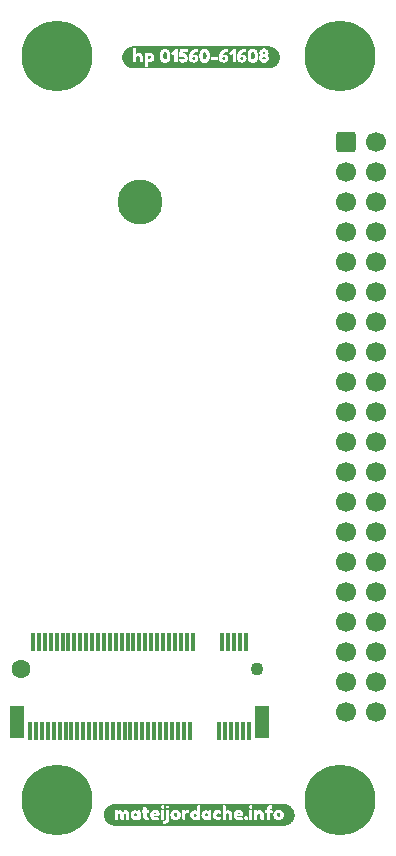
<source format=gbr>
%TF.GenerationSoftware,KiCad,Pcbnew,7.0.5-0*%
%TF.CreationDate,2023-07-31T21:54:07-04:00*%
%TF.ProjectId,carrier-hp,63617272-6965-4722-9d68-702e6b696361,rev?*%
%TF.SameCoordinates,Original*%
%TF.FileFunction,Soldermask,Top*%
%TF.FilePolarity,Negative*%
%FSLAX46Y46*%
G04 Gerber Fmt 4.6, Leading zero omitted, Abs format (unit mm)*
G04 Created by KiCad (PCBNEW 7.0.5-0) date 2023-07-31 21:54:07*
%MOMM*%
%LPD*%
G01*
G04 APERTURE LIST*
G04 Aperture macros list*
%AMRoundRect*
0 Rectangle with rounded corners*
0 $1 Rounding radius*
0 $2 $3 $4 $5 $6 $7 $8 $9 X,Y pos of 4 corners*
0 Add a 4 corners polygon primitive as box body*
4,1,4,$2,$3,$4,$5,$6,$7,$8,$9,$2,$3,0*
0 Add four circle primitives for the rounded corners*
1,1,$1+$1,$2,$3*
1,1,$1+$1,$4,$5*
1,1,$1+$1,$6,$7*
1,1,$1+$1,$8,$9*
0 Add four rect primitives between the rounded corners*
20,1,$1+$1,$2,$3,$4,$5,0*
20,1,$1+$1,$4,$5,$6,$7,0*
20,1,$1+$1,$6,$7,$8,$9,0*
20,1,$1+$1,$8,$9,$2,$3,0*%
G04 Aperture macros list end*
%ADD10C,6.000000*%
%ADD11C,1.100000*%
%ADD12C,1.600000*%
%ADD13R,0.300000X1.550000*%
%ADD14R,0.330000X1.600000*%
%ADD15R,1.200000X2.750000*%
%ADD16RoundRect,0.250000X-0.600000X-0.600000X0.600000X-0.600000X0.600000X0.600000X-0.600000X0.600000X0*%
%ADD17C,1.700000*%
%ADD18C,3.800000*%
G04 APERTURE END LIST*
%TO.C,kibuzzard-64C862C8*%
G36*
X135376450Y-44761100D02*
G01*
X135414550Y-44855556D01*
X135374069Y-44949219D01*
X135275644Y-44990494D01*
X135180394Y-44948425D01*
X135143088Y-44855556D01*
X135179600Y-44761894D01*
X135277231Y-44719031D01*
X135376450Y-44761100D01*
G37*
G36*
X145078456Y-44834919D02*
G01*
X145114175Y-44916675D01*
X145079250Y-44998431D01*
X144974475Y-45036531D01*
X144868113Y-44998431D01*
X144831600Y-44915881D01*
X144868113Y-44834125D01*
X144973681Y-44796819D01*
X145078456Y-44834919D01*
G37*
G36*
X145052263Y-44392800D02*
G01*
X145079250Y-44452331D01*
X145053056Y-44512656D01*
X144975269Y-44541231D01*
X144895894Y-44512656D01*
X144868113Y-44451537D01*
X144893513Y-44392006D01*
X144972094Y-44365019D01*
X145052263Y-44392800D01*
G37*
G36*
X139123744Y-44868256D02*
G01*
X139151525Y-44936519D01*
X139120966Y-45016291D01*
X139029287Y-45042881D01*
X138927687Y-45006369D01*
X138912606Y-44971444D01*
X138908638Y-44925406D01*
X138941181Y-44865875D01*
X139034844Y-44836506D01*
X139123744Y-44868256D01*
G37*
G36*
X141665331Y-44868256D02*
G01*
X141693112Y-44936519D01*
X141662553Y-45016291D01*
X141570875Y-45042881D01*
X141469275Y-45006369D01*
X141454194Y-44971444D01*
X141450225Y-44925406D01*
X141482769Y-44865875D01*
X141576431Y-44836506D01*
X141665331Y-44868256D01*
G37*
G36*
X143200444Y-44868256D02*
G01*
X143228225Y-44936519D01*
X143197666Y-45016291D01*
X143105987Y-45042881D01*
X143004387Y-45006369D01*
X142989306Y-44971444D01*
X142985337Y-44925406D01*
X143017881Y-44865875D01*
X143111544Y-44836506D01*
X143200444Y-44868256D01*
G37*
G36*
X136680780Y-44402424D02*
G01*
X136731381Y-44462253D01*
X136761742Y-44561968D01*
X136771862Y-44701569D01*
X136771862Y-44711094D01*
X136761643Y-44847222D01*
X136730984Y-44944456D01*
X136679887Y-45002797D01*
X136608350Y-45022244D01*
X136538202Y-45002251D01*
X136488097Y-44942273D01*
X136458034Y-44842311D01*
X136448012Y-44702362D01*
X136458133Y-44562414D01*
X136488494Y-44462452D01*
X136539095Y-44402474D01*
X136609937Y-44382481D01*
X136680780Y-44402424D01*
G37*
G36*
X140022467Y-44402424D02*
G01*
X140073069Y-44462253D01*
X140103430Y-44561968D01*
X140113550Y-44701569D01*
X140113550Y-44711094D01*
X140103330Y-44847222D01*
X140072672Y-44944456D01*
X140021574Y-45002797D01*
X139950038Y-45022244D01*
X139879890Y-45002251D01*
X139829784Y-44942273D01*
X139799721Y-44842311D01*
X139789700Y-44702362D01*
X139799820Y-44562414D01*
X139830181Y-44462452D01*
X139880783Y-44402474D01*
X139951625Y-44382481D01*
X140022467Y-44402424D01*
G37*
G36*
X144099167Y-44402424D02*
G01*
X144149769Y-44462253D01*
X144180130Y-44561968D01*
X144190250Y-44701569D01*
X144190250Y-44711094D01*
X144180030Y-44847222D01*
X144149372Y-44944456D01*
X144098274Y-45002797D01*
X144026737Y-45022244D01*
X143956590Y-45002251D01*
X143906484Y-44942273D01*
X143876421Y-44842311D01*
X143866400Y-44702362D01*
X143876520Y-44562414D01*
X143906881Y-44462452D01*
X143957483Y-44402474D01*
X144028325Y-44382481D01*
X144099167Y-44402424D01*
G37*
G36*
X145486141Y-43927628D02*
G01*
X145576111Y-43940973D01*
X145664341Y-43963074D01*
X145749979Y-43993716D01*
X145832202Y-44032604D01*
X145910217Y-44079365D01*
X145983273Y-44133547D01*
X146050666Y-44194628D01*
X146111748Y-44262022D01*
X146165930Y-44335078D01*
X146212691Y-44413093D01*
X146251579Y-44495315D01*
X146282221Y-44580954D01*
X146304321Y-44669183D01*
X146317667Y-44759154D01*
X146322130Y-44850000D01*
X146317667Y-44940846D01*
X146304321Y-45030817D01*
X146282221Y-45119046D01*
X146251579Y-45204685D01*
X146212691Y-45286907D01*
X146165930Y-45364922D01*
X146111748Y-45437978D01*
X146050666Y-45505372D01*
X145983273Y-45566453D01*
X145910217Y-45620635D01*
X145832202Y-45667396D01*
X145749979Y-45706284D01*
X145664341Y-45736926D01*
X145576111Y-45759027D01*
X145486141Y-45772372D01*
X145395295Y-45776835D01*
X145395162Y-45776835D01*
X144972888Y-45776835D01*
X144029912Y-45776835D01*
X143112338Y-45776835D01*
X142451937Y-45776835D01*
X141577225Y-45776835D01*
X140966038Y-45776835D01*
X139953213Y-45776835D01*
X139035638Y-45776835D01*
X138141875Y-45776835D01*
X137533862Y-45776835D01*
X136611525Y-45776835D01*
X135001800Y-45776835D01*
X134598575Y-45776835D01*
X133904837Y-45776835D01*
X133904705Y-45776835D01*
X133813859Y-45772372D01*
X133723889Y-45759027D01*
X133635659Y-45736926D01*
X133550021Y-45706284D01*
X133467798Y-45667396D01*
X133389783Y-45620635D01*
X133316727Y-45566453D01*
X133254006Y-45509606D01*
X134865275Y-45509606D01*
X134867656Y-45563581D01*
X134881944Y-45603269D01*
X134923219Y-45635019D01*
X135001800Y-45644544D01*
X135079587Y-45635019D01*
X135120069Y-45602475D01*
X135134356Y-45561994D01*
X135136737Y-45508019D01*
X135136737Y-45187344D01*
X135213334Y-45242113D01*
X135325650Y-45260369D01*
X135410758Y-45246787D01*
X135492514Y-45206041D01*
X135570919Y-45138131D01*
X135634860Y-45052230D01*
X135673224Y-44957509D01*
X135686012Y-44853969D01*
X135673136Y-44750428D01*
X135653210Y-44701569D01*
X136167025Y-44701569D01*
X136172140Y-44812870D01*
X136187486Y-44916058D01*
X136213062Y-45011131D01*
X136247392Y-45090903D01*
X136290056Y-45158769D01*
X136346016Y-45215720D01*
X136420231Y-45262750D01*
X136509727Y-45294302D01*
X136611525Y-45304819D01*
X136712927Y-45294500D01*
X136801231Y-45263544D01*
X136874058Y-45216712D01*
X136929025Y-45158769D01*
X136983198Y-45067190D01*
X137021894Y-44960728D01*
X137045111Y-44839384D01*
X137052850Y-44703156D01*
X137047558Y-44598205D01*
X137031683Y-44497134D01*
X137029858Y-44490431D01*
X137116350Y-44490431D01*
X137166356Y-44588856D01*
X137262400Y-44644419D01*
X137373525Y-44595206D01*
X137394162Y-44576156D01*
X137394162Y-45142894D01*
X137396544Y-45200837D01*
X137411625Y-45244494D01*
X137454091Y-45275450D01*
X137533862Y-45285769D01*
X137615619Y-45275053D01*
X137657687Y-45242906D01*
X137672769Y-45200837D01*
X137675150Y-45146069D01*
X137675150Y-45093681D01*
X137762462Y-45093681D01*
X137822787Y-45188931D01*
X137835487Y-45200044D01*
X137875175Y-45230206D01*
X137957725Y-45271658D01*
X138046625Y-45296528D01*
X138141875Y-45304819D01*
X138248943Y-45291678D01*
X138343664Y-45252255D01*
X138426037Y-45186550D01*
X138489538Y-45102589D01*
X138527637Y-45008397D01*
X138540338Y-44903975D01*
X138530608Y-44828569D01*
X138619712Y-44828569D01*
X138631354Y-44959714D01*
X138666279Y-45073749D01*
X138724487Y-45170675D01*
X138805626Y-45244317D01*
X138909343Y-45288503D01*
X139035638Y-45303231D01*
X139139266Y-45291237D01*
X139232135Y-45255253D01*
X139314244Y-45195281D01*
X139378185Y-45117494D01*
X139416549Y-45028065D01*
X139429338Y-44926994D01*
X139416902Y-44843121D01*
X139379596Y-44765069D01*
X139324935Y-44701569D01*
X139508712Y-44701569D01*
X139513828Y-44812870D01*
X139529174Y-44916058D01*
X139554750Y-45011131D01*
X139589080Y-45090903D01*
X139631744Y-45158769D01*
X139687703Y-45215720D01*
X139761919Y-45262750D01*
X139851414Y-45294302D01*
X139953213Y-45304819D01*
X140054614Y-45294500D01*
X140142919Y-45263544D01*
X140215745Y-45216712D01*
X140270713Y-45158769D01*
X140324886Y-45067190D01*
X140363581Y-44960728D01*
X140368517Y-44934931D01*
X140473912Y-44934931D01*
X140481850Y-45007956D01*
X140517172Y-45048438D01*
X140588212Y-45061931D01*
X140966038Y-45061931D01*
X141045412Y-45047644D01*
X141073194Y-45008750D01*
X141081925Y-44936519D01*
X141072400Y-44863494D01*
X141042062Y-44828569D01*
X141161300Y-44828569D01*
X141172942Y-44959714D01*
X141207867Y-45073749D01*
X141266075Y-45170675D01*
X141347214Y-45244317D01*
X141450931Y-45288503D01*
X141577225Y-45303231D01*
X141680853Y-45291237D01*
X141773722Y-45255253D01*
X141855831Y-45195281D01*
X141919772Y-45117494D01*
X141958137Y-45028065D01*
X141970925Y-44926994D01*
X141958490Y-44843121D01*
X141921183Y-44765069D01*
X141859006Y-44692837D01*
X141779367Y-44635070D01*
X141689673Y-44600410D01*
X141589925Y-44588856D01*
X141472450Y-44615844D01*
X141480387Y-44593619D01*
X141509756Y-44538056D01*
X141553107Y-44490431D01*
X142034425Y-44490431D01*
X142084431Y-44588856D01*
X142180475Y-44644419D01*
X142291600Y-44595206D01*
X142312237Y-44576156D01*
X142312237Y-45142894D01*
X142314619Y-45200837D01*
X142329700Y-45244494D01*
X142372166Y-45275450D01*
X142451937Y-45285769D01*
X142533694Y-45275053D01*
X142575763Y-45242906D01*
X142590844Y-45200837D01*
X142593225Y-45146069D01*
X142593225Y-44828569D01*
X142696412Y-44828569D01*
X142708054Y-44959714D01*
X142742979Y-45073749D01*
X142801187Y-45170675D01*
X142882326Y-45244317D01*
X142986043Y-45288503D01*
X143112338Y-45303231D01*
X143215966Y-45291237D01*
X143308835Y-45255253D01*
X143390944Y-45195281D01*
X143454885Y-45117494D01*
X143493249Y-45028065D01*
X143506037Y-44926994D01*
X143493602Y-44843121D01*
X143456296Y-44765069D01*
X143401635Y-44701569D01*
X143585412Y-44701569D01*
X143590528Y-44812870D01*
X143605874Y-44916058D01*
X143631450Y-45011131D01*
X143665780Y-45090903D01*
X143708444Y-45158769D01*
X143764403Y-45215720D01*
X143838619Y-45262750D01*
X143928114Y-45294302D01*
X144029912Y-45304819D01*
X144131314Y-45294500D01*
X144219619Y-45263544D01*
X144292445Y-45216712D01*
X144347413Y-45158769D01*
X144401586Y-45067190D01*
X144440281Y-44960728D01*
X144450077Y-44909531D01*
X144550612Y-44909531D01*
X144564988Y-45021185D01*
X144608115Y-45116965D01*
X144679994Y-45196869D01*
X144770040Y-45256841D01*
X144867672Y-45292824D01*
X144972888Y-45304819D01*
X145078103Y-45292736D01*
X145175735Y-45256488D01*
X145265781Y-45196075D01*
X145337660Y-45115906D01*
X145380787Y-45020392D01*
X145395162Y-44909531D01*
X145386233Y-44843253D01*
X145359444Y-44777769D01*
X145302294Y-44691250D01*
X145266575Y-44658706D01*
X145290387Y-44633306D01*
X145337219Y-44558694D01*
X145360238Y-44461856D01*
X145347538Y-44361315D01*
X145309438Y-44273473D01*
X145245938Y-44198331D01*
X145165151Y-44141005D01*
X145075193Y-44106609D01*
X144976063Y-44095144D01*
X144876579Y-44106433D01*
X144785563Y-44140299D01*
X144703012Y-44196744D01*
X144637749Y-44270474D01*
X144598590Y-44356199D01*
X144585538Y-44453919D01*
X144611731Y-44564250D01*
X144653800Y-44633306D01*
X144680788Y-44658706D01*
X144647450Y-44688869D01*
X144583156Y-44780150D01*
X144558748Y-44843848D01*
X144550612Y-44909531D01*
X144450077Y-44909531D01*
X144463498Y-44839384D01*
X144471237Y-44703156D01*
X144465946Y-44598205D01*
X144450071Y-44497134D01*
X144423612Y-44399944D01*
X144390473Y-44319775D01*
X144348206Y-44250719D01*
X144292644Y-44192378D01*
X144219619Y-44144356D01*
X144130917Y-44112209D01*
X144028325Y-44101494D01*
X143925336Y-44112408D01*
X143835444Y-44145150D01*
X143761427Y-44193966D01*
X143706062Y-44253100D01*
X143662208Y-44329498D01*
X143622719Y-44430106D01*
X143601993Y-44510363D01*
X143589558Y-44600851D01*
X143585412Y-44701569D01*
X143401635Y-44701569D01*
X143394119Y-44692837D01*
X143314479Y-44635070D01*
X143224785Y-44600410D01*
X143125038Y-44588856D01*
X143007562Y-44615844D01*
X143015500Y-44593619D01*
X143044869Y-44538056D01*
X143101225Y-44476144D01*
X143197269Y-44422169D01*
X143323475Y-44399944D01*
X143415550Y-44390419D01*
X143447300Y-44369781D01*
X143466350Y-44328506D01*
X143474288Y-44255481D01*
X143464763Y-44179281D01*
X143427456Y-44134037D01*
X143339350Y-44118956D01*
X143225018Y-44127084D01*
X143120783Y-44151468D01*
X143026644Y-44192108D01*
X142942602Y-44249004D01*
X142868656Y-44322156D01*
X142806648Y-44407437D01*
X142758420Y-44500718D01*
X142723971Y-44602001D01*
X142703302Y-44711284D01*
X142696412Y-44828569D01*
X142593225Y-44828569D01*
X142593225Y-44261831D01*
X142585287Y-44177694D01*
X142563062Y-44143563D01*
X142521788Y-44125306D01*
X142446381Y-44117369D01*
X142356687Y-44158644D01*
X142351925Y-44161819D01*
X142091575Y-44396769D01*
X142034425Y-44490431D01*
X141553107Y-44490431D01*
X141566112Y-44476144D01*
X141662156Y-44422169D01*
X141788362Y-44399944D01*
X141880437Y-44390419D01*
X141912187Y-44369781D01*
X141931237Y-44328506D01*
X141939175Y-44255481D01*
X141929650Y-44179281D01*
X141892344Y-44134037D01*
X141804237Y-44118956D01*
X141689906Y-44127084D01*
X141585670Y-44151468D01*
X141491532Y-44192108D01*
X141407489Y-44249004D01*
X141333544Y-44322156D01*
X141271536Y-44407437D01*
X141223308Y-44500718D01*
X141188859Y-44602001D01*
X141168190Y-44711284D01*
X141161300Y-44828569D01*
X141042062Y-44828569D01*
X141038269Y-44824203D01*
X140967625Y-44811106D01*
X140589800Y-44811106D01*
X140513600Y-44825394D01*
X140483437Y-44863494D01*
X140473912Y-44934931D01*
X140368517Y-44934931D01*
X140386798Y-44839384D01*
X140394538Y-44703156D01*
X140389246Y-44598205D01*
X140373371Y-44497134D01*
X140346913Y-44399944D01*
X140313773Y-44319775D01*
X140271506Y-44250719D01*
X140215944Y-44192378D01*
X140142919Y-44144356D01*
X140054217Y-44112209D01*
X139951625Y-44101494D01*
X139848636Y-44112408D01*
X139758744Y-44145150D01*
X139684727Y-44193966D01*
X139629363Y-44253100D01*
X139585508Y-44329498D01*
X139546019Y-44430106D01*
X139525293Y-44510363D01*
X139512858Y-44600851D01*
X139508712Y-44701569D01*
X139324935Y-44701569D01*
X139317419Y-44692837D01*
X139237779Y-44635070D01*
X139148085Y-44600410D01*
X139048337Y-44588856D01*
X138930862Y-44615844D01*
X138938800Y-44593619D01*
X138968169Y-44538056D01*
X139024525Y-44476144D01*
X139120569Y-44422169D01*
X139246775Y-44399944D01*
X139338850Y-44390419D01*
X139370600Y-44369781D01*
X139389650Y-44328506D01*
X139397587Y-44255481D01*
X139388062Y-44179281D01*
X139350756Y-44134037D01*
X139262650Y-44118956D01*
X139148318Y-44127084D01*
X139044083Y-44151468D01*
X138949944Y-44192108D01*
X138865902Y-44249004D01*
X138791956Y-44322156D01*
X138729948Y-44407437D01*
X138681720Y-44500718D01*
X138647271Y-44602001D01*
X138626602Y-44711284D01*
X138619712Y-44828569D01*
X138530608Y-44828569D01*
X138526932Y-44800082D01*
X138486715Y-44707478D01*
X138419688Y-44626162D01*
X138335903Y-44563103D01*
X138245415Y-44525268D01*
X138148225Y-44512656D01*
X138092663Y-44515831D01*
X138108537Y-44395181D01*
X138386350Y-44395181D01*
X138437944Y-44392800D01*
X138476837Y-44377719D01*
X138506603Y-44338428D01*
X138516525Y-44261831D01*
X138505809Y-44177694D01*
X138473662Y-44134831D01*
X138432387Y-44119750D01*
X138376825Y-44117369D01*
X138227600Y-44117369D01*
X137986300Y-44115781D01*
X137922006Y-44130862D01*
X137880731Y-44164994D01*
X137857712Y-44207856D01*
X137846600Y-44241194D01*
X137837472Y-44307075D01*
X137813262Y-44485669D01*
X137789450Y-44667041D01*
X137781513Y-44741256D01*
X137798975Y-44780150D01*
X137872794Y-44828569D01*
X137972806Y-44858731D01*
X138059325Y-44822219D01*
X138135525Y-44793644D01*
X138220456Y-44824600D01*
X138257762Y-44908737D01*
X138223631Y-44992081D01*
X138118856Y-45022244D01*
X138019637Y-44988906D01*
X137913275Y-44938106D01*
X137821200Y-44990494D01*
X137762462Y-45093681D01*
X137675150Y-45093681D01*
X137675150Y-44261831D01*
X137667212Y-44177694D01*
X137644988Y-44143563D01*
X137603712Y-44125306D01*
X137528306Y-44117369D01*
X137438612Y-44158644D01*
X137433850Y-44161819D01*
X137173500Y-44396769D01*
X137116350Y-44490431D01*
X137029858Y-44490431D01*
X137005225Y-44399944D01*
X136972086Y-44319775D01*
X136929819Y-44250719D01*
X136874256Y-44192378D01*
X136801231Y-44144356D01*
X136712530Y-44112209D01*
X136609937Y-44101494D01*
X136506948Y-44112408D01*
X136417056Y-44145150D01*
X136343039Y-44193966D01*
X136287675Y-44253100D01*
X136243820Y-44329498D01*
X136204331Y-44430106D01*
X136183606Y-44510363D01*
X136171170Y-44600851D01*
X136167025Y-44701569D01*
X135653210Y-44701569D01*
X135634507Y-44655708D01*
X135570125Y-44569806D01*
X135491367Y-44501897D01*
X135409611Y-44461151D01*
X135324856Y-44447569D01*
X135212739Y-44468206D01*
X135135150Y-44530119D01*
X135101019Y-44467412D01*
X134987512Y-44445981D01*
X134918853Y-44456697D01*
X134881150Y-44488844D01*
X134867656Y-44528531D01*
X134865275Y-44582506D01*
X134865275Y-45509606D01*
X133254006Y-45509606D01*
X133249334Y-45505372D01*
X133188252Y-45437978D01*
X133134070Y-45364922D01*
X133087309Y-45286907D01*
X133048421Y-45204685D01*
X133026312Y-45142894D01*
X133904837Y-45142894D01*
X133907219Y-45198456D01*
X133920712Y-45239731D01*
X133962384Y-45271878D01*
X134042950Y-45282594D01*
X134124309Y-45272275D01*
X134165187Y-45241319D01*
X134180269Y-45199250D01*
X134182650Y-45144481D01*
X134182650Y-44836506D01*
X134231862Y-44759512D01*
X134331081Y-44725381D01*
X134423950Y-44761894D01*
X134460462Y-44863494D01*
X134460462Y-45141306D01*
X134462844Y-45198456D01*
X134477925Y-45241319D01*
X134519994Y-45272275D01*
X134598575Y-45282594D01*
X134679934Y-45272275D01*
X134720813Y-45241319D01*
X134735894Y-45199250D01*
X134738275Y-45144481D01*
X134738275Y-44865081D01*
X134726545Y-44754662D01*
X134691356Y-44656237D01*
X134632706Y-44569806D01*
X134556418Y-44502778D01*
X134468312Y-44462562D01*
X134368387Y-44449156D01*
X134268772Y-44473366D01*
X134182650Y-44545994D01*
X134182650Y-44195156D01*
X134180269Y-44140387D01*
X134165187Y-44098319D01*
X134124706Y-44066172D01*
X134044537Y-44055456D01*
X133962781Y-44066172D01*
X133920712Y-44098319D01*
X133907219Y-44138800D01*
X133904837Y-44193569D01*
X133904837Y-45142894D01*
X133026312Y-45142894D01*
X133017779Y-45119046D01*
X132995679Y-45030817D01*
X132982333Y-44940846D01*
X132977870Y-44850000D01*
X132982333Y-44759154D01*
X132995679Y-44669183D01*
X133017779Y-44580954D01*
X133048421Y-44495315D01*
X133087309Y-44413093D01*
X133134070Y-44335078D01*
X133188252Y-44262022D01*
X133249334Y-44194628D01*
X133316727Y-44133547D01*
X133389783Y-44079365D01*
X133467798Y-44032604D01*
X133550021Y-43993716D01*
X133635659Y-43963074D01*
X133723889Y-43940973D01*
X133813859Y-43927628D01*
X133904705Y-43923165D01*
X133904837Y-43923165D01*
X133904838Y-43923165D01*
X145395162Y-43923165D01*
X145395295Y-43923165D01*
X145486141Y-43927628D01*
G37*
%TO.C,kibuzzard-64C85072*%
G36*
X135866213Y-108829744D02*
G01*
X135893994Y-108888481D01*
X135833669Y-108939281D01*
X135633644Y-108939281D01*
X135684444Y-108849588D01*
X135786838Y-108807519D01*
X135866213Y-108829744D01*
G37*
G36*
X142935350Y-108829744D02*
G01*
X142963131Y-108888481D01*
X142902806Y-108939281D01*
X142702781Y-108939281D01*
X142753581Y-108849588D01*
X142855975Y-108807519D01*
X142935350Y-108829744D01*
G37*
G36*
X134197750Y-108896419D02*
G01*
X134235056Y-108992463D01*
X134196162Y-109086919D01*
X134098531Y-109129781D01*
X133998519Y-109087713D01*
X133957244Y-108993256D01*
X133996137Y-108896419D01*
X134097737Y-108851969D01*
X134197750Y-108896419D01*
G37*
G36*
X139257113Y-108898006D02*
G01*
X139294419Y-108994050D01*
X139255525Y-109088506D01*
X139157894Y-109131369D01*
X139057881Y-109088506D01*
X139016606Y-108993256D01*
X139054706Y-108897213D01*
X139156306Y-108853556D01*
X139257113Y-108898006D01*
G37*
G36*
X140198500Y-108896419D02*
G01*
X140235806Y-108992463D01*
X140196913Y-109086919D01*
X140099281Y-109129781D01*
X139999269Y-109087713D01*
X139957994Y-108993256D01*
X139996888Y-108896419D01*
X140098488Y-108851969D01*
X140198500Y-108896419D01*
G37*
G36*
X137595794Y-108872606D02*
G01*
X137632703Y-108920628D01*
X137645006Y-108988494D01*
X137631909Y-109056756D01*
X137592619Y-109105969D01*
X137487844Y-109145656D01*
X137384656Y-109106763D01*
X137346556Y-109058344D01*
X137333856Y-108990875D01*
X137346159Y-108923208D01*
X137383069Y-108874194D01*
X137489431Y-108834506D01*
X137595794Y-108872606D01*
G37*
G36*
X146317519Y-108872606D02*
G01*
X146354428Y-108920628D01*
X146366731Y-108988494D01*
X146353634Y-109056756D01*
X146314344Y-109105969D01*
X146209569Y-109145656D01*
X146106381Y-109106763D01*
X146068281Y-109058344D01*
X146055581Y-108990875D01*
X146067884Y-108923208D01*
X146104794Y-108874194D01*
X146211156Y-108834506D01*
X146317519Y-108872606D01*
G37*
G36*
X146738697Y-108052628D02*
G01*
X146828668Y-108065973D01*
X146916897Y-108088074D01*
X147002536Y-108118716D01*
X147084758Y-108157604D01*
X147162773Y-108204365D01*
X147235829Y-108258547D01*
X147303223Y-108319628D01*
X147364305Y-108387022D01*
X147418487Y-108460078D01*
X147465247Y-108538093D01*
X147504135Y-108620315D01*
X147534777Y-108705954D01*
X147556878Y-108794183D01*
X147570223Y-108884154D01*
X147574686Y-108975000D01*
X147570223Y-109065846D01*
X147556878Y-109155817D01*
X147534777Y-109244046D01*
X147504135Y-109329685D01*
X147465247Y-109411907D01*
X147418487Y-109489922D01*
X147364305Y-109562978D01*
X147303223Y-109630372D01*
X147235829Y-109691453D01*
X147162773Y-109745635D01*
X147084758Y-109792396D01*
X147002536Y-109831284D01*
X146916897Y-109861926D01*
X146828668Y-109884027D01*
X146738697Y-109897372D01*
X146647851Y-109901835D01*
X146647719Y-109901835D01*
X146211156Y-109901835D01*
X145328506Y-109901835D01*
X144817331Y-109901835D01*
X143855306Y-109901835D01*
X143475100Y-109901835D01*
X142858356Y-109901835D01*
X142164619Y-109901835D01*
X141058131Y-109901835D01*
X140398525Y-109901835D01*
X139425388Y-109901835D01*
X138167294Y-109901835D01*
X137489431Y-109901835D01*
X136538519Y-109901835D01*
X135789219Y-109901835D01*
X135092306Y-109901835D01*
X134397775Y-109901835D01*
X133436544Y-109901835D01*
X132352281Y-109901835D01*
X132352149Y-109901835D01*
X132261303Y-109897372D01*
X132171332Y-109884027D01*
X132083103Y-109861926D01*
X131997464Y-109831284D01*
X131915242Y-109792396D01*
X131837227Y-109745635D01*
X131764171Y-109691453D01*
X131704952Y-109637781D01*
X136403581Y-109637781D01*
X136413900Y-109713584D01*
X136444856Y-109753669D01*
X136484544Y-109767163D01*
X136538519Y-109769544D01*
X136638355Y-109757197D01*
X136732547Y-109720155D01*
X136821094Y-109658419D01*
X136892531Y-109576045D01*
X136935394Y-109477091D01*
X136949681Y-109361556D01*
X136949681Y-108993256D01*
X137052869Y-108993256D01*
X137069736Y-109113708D01*
X137120338Y-109221063D01*
X137195545Y-109309566D01*
X137286231Y-109373463D01*
X137386244Y-109412158D01*
X137489431Y-109425056D01*
X137592420Y-109412952D01*
X137691838Y-109376638D01*
X137780969Y-109315519D01*
X138029181Y-109315519D01*
X138057756Y-109383781D01*
X138167294Y-109410769D01*
X138248256Y-109400450D01*
X138291119Y-109369494D01*
X138306200Y-109327425D01*
X138308581Y-109272656D01*
X138308581Y-108992463D01*
X138738794Y-108992463D01*
X138751847Y-109098472D01*
X138791005Y-109195310D01*
X138856269Y-109282975D01*
X138937408Y-109352208D01*
X139024191Y-109393747D01*
X139116619Y-109407594D01*
X139222584Y-109388544D01*
X139302356Y-109331394D01*
X139339464Y-109389734D01*
X139425388Y-109409181D01*
X139514089Y-109398466D01*
X139559531Y-109366319D01*
X139574613Y-109325838D01*
X139576994Y-109271069D01*
X139576994Y-108990875D01*
X139680181Y-108990875D01*
X139693234Y-109096973D01*
X139732392Y-109194075D01*
X139797656Y-109282181D01*
X139878178Y-109351855D01*
X139963109Y-109393659D01*
X140052450Y-109407594D01*
X140170123Y-109386559D01*
X140248506Y-109323456D01*
X140282638Y-109386163D01*
X140398525Y-109407594D01*
X140468970Y-109397275D01*
X140507269Y-109366319D01*
X140520763Y-109324250D01*
X140523144Y-109269481D01*
X140523144Y-108989288D01*
X140626331Y-108989288D01*
X140636650Y-109087316D01*
X140667606Y-109176613D01*
X140714834Y-109253011D01*
X140773969Y-109312344D01*
X140866220Y-109371434D01*
X140960941Y-109406888D01*
X141058131Y-109418706D01*
X141179575Y-109402831D01*
X141280381Y-109355206D01*
X141345866Y-109300834D01*
X141357003Y-109271069D01*
X141470881Y-109271069D01*
X141473263Y-109326631D01*
X141486756Y-109367906D01*
X141528428Y-109400053D01*
X141608994Y-109410769D01*
X141690353Y-109400450D01*
X141731231Y-109369494D01*
X141746313Y-109327425D01*
X141748694Y-109272656D01*
X141748694Y-108964681D01*
X141797906Y-108887687D01*
X141897125Y-108853556D01*
X141989994Y-108890069D01*
X142026506Y-108991669D01*
X142026506Y-109269481D01*
X142028888Y-109326631D01*
X142043969Y-109369494D01*
X142086038Y-109400450D01*
X142164619Y-109410769D01*
X142245978Y-109400450D01*
X142286856Y-109369494D01*
X142301938Y-109327425D01*
X142304319Y-109272656D01*
X142304319Y-108996431D01*
X142407506Y-108996431D01*
X142418619Y-109098913D01*
X142451956Y-109194692D01*
X142507519Y-109283769D01*
X142568439Y-109343895D01*
X142649600Y-109390925D01*
X142747430Y-109421286D01*
X142858356Y-109431406D01*
X143006291Y-109422576D01*
X143111959Y-109396084D01*
X143175360Y-109351932D01*
X143196494Y-109290119D01*
X143190213Y-109267894D01*
X143317144Y-109267894D01*
X143348100Y-109382194D01*
X143395328Y-109404816D01*
X143475100Y-109412356D01*
X143553086Y-109400847D01*
X143594956Y-109366319D01*
X143611625Y-109322663D01*
X143613805Y-109271069D01*
X143717194Y-109271069D01*
X143719575Y-109326631D01*
X143733069Y-109367906D01*
X143774741Y-109400053D01*
X143855306Y-109410769D01*
X143936666Y-109400450D01*
X143977544Y-109369494D01*
X143992625Y-109327425D01*
X143995006Y-109272656D01*
X143995006Y-109269481D01*
X144122006Y-109269481D01*
X144124388Y-109324250D01*
X144137881Y-109366319D01*
X144179553Y-109398466D01*
X144260119Y-109409181D01*
X144341478Y-109398466D01*
X144382356Y-109366319D01*
X144397438Y-109325838D01*
X144399819Y-109271069D01*
X144399819Y-108990081D01*
X144438713Y-108890069D01*
X144540313Y-108851969D01*
X144640325Y-108888481D01*
X144677631Y-108990081D01*
X144677631Y-109269481D01*
X144687156Y-109350444D01*
X144728431Y-109394497D01*
X144817331Y-109409181D01*
X144899088Y-109398466D01*
X144941156Y-109366319D01*
X144954650Y-109325838D01*
X144957031Y-109271069D01*
X144957031Y-108991669D01*
X144945301Y-108881161D01*
X144910112Y-108782472D01*
X144864860Y-108715444D01*
X145044344Y-108715444D01*
X145074506Y-108831331D01*
X145133244Y-108850381D01*
X145190394Y-108850381D01*
X145190394Y-109271069D01*
X145192775Y-109326631D01*
X145207856Y-109368700D01*
X145249925Y-109402037D01*
X145328506Y-109412356D01*
X145408675Y-109402831D01*
X145454713Y-109363938D01*
X145469794Y-109274244D01*
X145469794Y-108993256D01*
X145774594Y-108993256D01*
X145791461Y-109113708D01*
X145842063Y-109221063D01*
X145917270Y-109309566D01*
X146007956Y-109373463D01*
X146107969Y-109412158D01*
X146211156Y-109425056D01*
X146314145Y-109412952D01*
X146413563Y-109376638D01*
X146503852Y-109314725D01*
X146579456Y-109225825D01*
X146630653Y-109116089D01*
X146647719Y-108991669D01*
X146633078Y-108872165D01*
X146589158Y-108767655D01*
X146515956Y-108678137D01*
X146423705Y-108609787D01*
X146322634Y-108568776D01*
X146212744Y-108555106D01*
X146102677Y-108568865D01*
X146001077Y-108610140D01*
X145907944Y-108678931D01*
X145833860Y-108768890D01*
X145789410Y-108873665D01*
X145774594Y-108993256D01*
X145469794Y-108993256D01*
X145469794Y-108848794D01*
X145571394Y-108855144D01*
X145668231Y-108836094D01*
X145700775Y-108794025D01*
X145711094Y-108715444D01*
X145701569Y-108636069D01*
X145659897Y-108590825D01*
X145572981Y-108575744D01*
X145469794Y-108585269D01*
X145469794Y-108497956D01*
X145528531Y-108458269D01*
X145572981Y-108458269D01*
X145642831Y-108429694D01*
X145669819Y-108320156D01*
X145659103Y-108238797D01*
X145626956Y-108197919D01*
X145584888Y-108182837D01*
X145530119Y-108180456D01*
X145428695Y-108191481D01*
X145344558Y-108224553D01*
X145277706Y-108279675D01*
X145212222Y-108384648D01*
X145190394Y-108501131D01*
X145190394Y-108585269D01*
X145138006Y-108585269D01*
X145067759Y-108617813D01*
X145044344Y-108715444D01*
X144864860Y-108715444D01*
X144851463Y-108695600D01*
X144775174Y-108628131D01*
X144687068Y-108587650D01*
X144587144Y-108574156D01*
X144468081Y-108610669D01*
X144425219Y-108644006D01*
X144396644Y-108675756D01*
X144380769Y-108610669D01*
X144339891Y-108583284D01*
X144261706Y-108574156D01*
X144181141Y-108584078D01*
X144139469Y-108613844D01*
X144124388Y-108654325D01*
X144122006Y-108707506D01*
X144122006Y-109269481D01*
X143995006Y-109269481D01*
X143995006Y-108717031D01*
X143993419Y-108670994D01*
X143964844Y-108602731D01*
X143856894Y-108575744D01*
X143856100Y-108575844D01*
X143775138Y-108586063D01*
X143733069Y-108617019D01*
X143719575Y-108659087D01*
X143717194Y-108713856D01*
X143717194Y-109271069D01*
X143613805Y-109271069D01*
X143614006Y-109266306D01*
X143614006Y-109259956D01*
X143587019Y-109148831D01*
X143535623Y-109123828D01*
X143454463Y-109115494D01*
X143376477Y-109127400D01*
X143334606Y-109163119D01*
X143319525Y-109205981D01*
X143317144Y-109261544D01*
X143317144Y-109267894D01*
X143190213Y-109267894D01*
X143175856Y-109217094D01*
X143088544Y-109145656D01*
X143025044Y-109163119D01*
X143007581Y-109169469D01*
X142945272Y-109183756D01*
X142863119Y-109188519D01*
X142758344Y-109158356D01*
X142705956Y-109083744D01*
X143082194Y-109083744D01*
X143189350Y-109036912D01*
X143225664Y-108977381D01*
X143237769Y-108892450D01*
X143224275Y-108798589D01*
X143183794Y-108712269D01*
X143124858Y-108644205D01*
X143051238Y-108595587D01*
X142962933Y-108566417D01*
X142859944Y-108556694D01*
X142737971Y-108570011D01*
X142630285Y-108609963D01*
X142536888Y-108676550D01*
X142465009Y-108765362D01*
X142421882Y-108871989D01*
X142407506Y-108996431D01*
X142304319Y-108996431D01*
X142304319Y-108993256D01*
X142292589Y-108882837D01*
X142257399Y-108784412D01*
X142198750Y-108697981D01*
X142122462Y-108630953D01*
X142034356Y-108590737D01*
X141934431Y-108577331D01*
X141834816Y-108601541D01*
X141748694Y-108674169D01*
X141748694Y-108323331D01*
X141748625Y-108321744D01*
X143717194Y-108321744D01*
X143719575Y-108376512D01*
X143733863Y-108418581D01*
X143775931Y-108451919D01*
X143856100Y-108461444D01*
X143936269Y-108451919D01*
X143978338Y-108419375D01*
X143992625Y-108378100D01*
X143995006Y-108323331D01*
X143992625Y-108268563D01*
X143977544Y-108226494D01*
X143937063Y-108194347D01*
X143856894Y-108183631D01*
X143775138Y-108194347D01*
X143733069Y-108226494D01*
X143719575Y-108266975D01*
X143717194Y-108321744D01*
X141748625Y-108321744D01*
X141746313Y-108268563D01*
X141731231Y-108226494D01*
X141690750Y-108194347D01*
X141610581Y-108183631D01*
X141528825Y-108194347D01*
X141486756Y-108226494D01*
X141473263Y-108266975D01*
X141470881Y-108321744D01*
X141470881Y-109271069D01*
X141357003Y-109271069D01*
X141367694Y-109242494D01*
X141331181Y-109159944D01*
X141268078Y-109096841D01*
X141215294Y-109075806D01*
X141144650Y-109105175D01*
X141050988Y-109134544D01*
X140956531Y-109097237D01*
X140912081Y-108992463D01*
X140958119Y-108886894D01*
X141057338Y-108848794D01*
X141139094Y-108875781D01*
X141224819Y-108910706D01*
X141278397Y-108888878D01*
X141334356Y-108823394D01*
X141367694Y-108732113D01*
X141326419Y-108659881D01*
X141281969Y-108629719D01*
X141256569Y-108613844D01*
X141172431Y-108581300D01*
X141054956Y-108564631D01*
X140957413Y-108576273D01*
X140863751Y-108611198D01*
X140773969Y-108669406D01*
X140714834Y-108728342D01*
X140667606Y-108803550D01*
X140636650Y-108891656D01*
X140626331Y-108989288D01*
X140523144Y-108989288D01*
X140523144Y-108713856D01*
X140520763Y-108659087D01*
X140506475Y-108617019D01*
X140464406Y-108583681D01*
X140372331Y-108574156D01*
X140283034Y-108596381D01*
X140246919Y-108663056D01*
X140218344Y-108630513D01*
X140156431Y-108594794D01*
X140058006Y-108575744D01*
X139966372Y-108589590D01*
X139879853Y-108631130D01*
X139798450Y-108700362D01*
X139732745Y-108788028D01*
X139693322Y-108884865D01*
X139680181Y-108990875D01*
X139576994Y-108990875D01*
X139576994Y-108323331D01*
X139574613Y-108268563D01*
X139560325Y-108226494D01*
X139518256Y-108193156D01*
X139438088Y-108183631D01*
X139357919Y-108193156D01*
X139315850Y-108225700D01*
X139301563Y-108266975D01*
X139299181Y-108321744D01*
X139299181Y-108655119D01*
X139220997Y-108595587D01*
X139116619Y-108575744D01*
X139024985Y-108589678D01*
X138938466Y-108631483D01*
X138857063Y-108701156D01*
X138791358Y-108789263D01*
X138751935Y-108886365D01*
X138738794Y-108992463D01*
X138308581Y-108992463D01*
X138308581Y-108939281D01*
X138345888Y-108866256D01*
X138426056Y-108836094D01*
X138495113Y-108848794D01*
X138549881Y-108861494D01*
X138637194Y-108801169D01*
X138667356Y-108690044D01*
X138647513Y-108616225D01*
X138597506Y-108583681D01*
X138541944Y-108570188D01*
X138479238Y-108566219D01*
X138392719Y-108593206D01*
X138328425Y-108636069D01*
X138305406Y-108663056D01*
X138287944Y-108610669D01*
X138246272Y-108583284D01*
X138168881Y-108574156D01*
X138087125Y-108584872D01*
X138045056Y-108617019D01*
X138031563Y-108657500D01*
X138029181Y-108712269D01*
X138029181Y-109269481D01*
X138029181Y-109315519D01*
X137780969Y-109315519D01*
X137782127Y-109314725D01*
X137857731Y-109225825D01*
X137908928Y-109116089D01*
X137925994Y-108991669D01*
X137911353Y-108872165D01*
X137867433Y-108767655D01*
X137794231Y-108678137D01*
X137701980Y-108609787D01*
X137600909Y-108568776D01*
X137491019Y-108555106D01*
X137380952Y-108568865D01*
X137279352Y-108610140D01*
X137186219Y-108678931D01*
X137112135Y-108768890D01*
X137067685Y-108873665D01*
X137052869Y-108993256D01*
X136949681Y-108993256D01*
X136949681Y-108707506D01*
X136947300Y-108652737D01*
X136933013Y-108611463D01*
X136892531Y-108578919D01*
X136814744Y-108569394D01*
X136811569Y-108569779D01*
X136736163Y-108578919D01*
X136691713Y-108614638D01*
X136676631Y-108696394D01*
X136676631Y-109350444D01*
X136665519Y-109420294D01*
X136632181Y-109464744D01*
X136529788Y-109496494D01*
X136437713Y-109520306D01*
X136412114Y-109561581D01*
X136409931Y-109581074D01*
X136403581Y-109637781D01*
X131704952Y-109637781D01*
X131696777Y-109630372D01*
X131635695Y-109562978D01*
X131581513Y-109489922D01*
X131534753Y-109411907D01*
X131495865Y-109329685D01*
X131474892Y-109271069D01*
X132352281Y-109271069D01*
X132354662Y-109326631D01*
X132368156Y-109367906D01*
X132409828Y-109400053D01*
X132490394Y-109410769D01*
X132571356Y-109400450D01*
X132614219Y-109369494D01*
X132629300Y-109327425D01*
X132631681Y-109272656D01*
X132631681Y-108991669D01*
X132655494Y-108888084D01*
X132726931Y-108853556D01*
X132800750Y-108888084D01*
X132825356Y-108991669D01*
X132825356Y-109269481D01*
X132827737Y-109324250D01*
X132841231Y-109366319D01*
X132882903Y-109399656D01*
X132963469Y-109410769D01*
X133045225Y-109400053D01*
X133087294Y-109367906D01*
X133102375Y-109326631D01*
X133104756Y-109271069D01*
X133104756Y-108993256D01*
X133124600Y-108890069D01*
X133200006Y-108853556D01*
X133273825Y-108888084D01*
X133298431Y-108991669D01*
X133298431Y-109269481D01*
X133300812Y-109324250D01*
X133314306Y-109366319D01*
X133355978Y-109399656D01*
X133436544Y-109410769D01*
X133517903Y-109400053D01*
X133558781Y-109367906D01*
X133573862Y-109325838D01*
X133576244Y-109271069D01*
X133576244Y-108993256D01*
X133576077Y-108990875D01*
X133679431Y-108990875D01*
X133692484Y-109096973D01*
X133731642Y-109194075D01*
X133796906Y-109282181D01*
X133877428Y-109351855D01*
X133962359Y-109393659D01*
X134051700Y-109407594D01*
X134169373Y-109386559D01*
X134247756Y-109323456D01*
X134281887Y-109386163D01*
X134397775Y-109407594D01*
X134468220Y-109397275D01*
X134506519Y-109366319D01*
X134520012Y-109324250D01*
X134522394Y-109269481D01*
X134522394Y-108734494D01*
X134609706Y-108734494D01*
X134632725Y-108826569D01*
X134690669Y-108853556D01*
X134755756Y-108848794D01*
X134755756Y-109083744D01*
X134765281Y-109190812D01*
X134793856Y-109274949D01*
X134841481Y-109336156D01*
X134907451Y-109377608D01*
X134991059Y-109402478D01*
X135092306Y-109410769D01*
X135145488Y-109408388D01*
X135187556Y-109394894D01*
X135220894Y-109353222D01*
X135232006Y-109272656D01*
X135195494Y-109166294D01*
X135153425Y-109151213D01*
X135096275Y-109148831D01*
X135045475Y-109129781D01*
X135031981Y-109067869D01*
X135031981Y-108996431D01*
X135338369Y-108996431D01*
X135349481Y-109098913D01*
X135382819Y-109194692D01*
X135438381Y-109283769D01*
X135499302Y-109343895D01*
X135580463Y-109390925D01*
X135678292Y-109421286D01*
X135789219Y-109431406D01*
X135937154Y-109422576D01*
X136042822Y-109396084D01*
X136106223Y-109351932D01*
X136127356Y-109290119D01*
X136121972Y-109271069D01*
X136271819Y-109271069D01*
X136274200Y-109326631D01*
X136287694Y-109367906D01*
X136329366Y-109400053D01*
X136409931Y-109410769D01*
X136491291Y-109400450D01*
X136532169Y-109369494D01*
X136547250Y-109327425D01*
X136549631Y-109272656D01*
X136549631Y-108717031D01*
X136548044Y-108670994D01*
X136519469Y-108602731D01*
X136411519Y-108575744D01*
X136410725Y-108575844D01*
X136329763Y-108586063D01*
X136287694Y-108617019D01*
X136274200Y-108659087D01*
X136271819Y-108713856D01*
X136271819Y-109271069D01*
X136121972Y-109271069D01*
X136106719Y-109217094D01*
X136019406Y-109145656D01*
X135955906Y-109163119D01*
X135938444Y-109169469D01*
X135876134Y-109183756D01*
X135793981Y-109188519D01*
X135689206Y-109158356D01*
X135636819Y-109083744D01*
X136013056Y-109083744D01*
X136120213Y-109036912D01*
X136156527Y-108977381D01*
X136168631Y-108892450D01*
X136155138Y-108798589D01*
X136114656Y-108712269D01*
X136055720Y-108644205D01*
X135982100Y-108595587D01*
X135893795Y-108566417D01*
X135790806Y-108556694D01*
X135668833Y-108570011D01*
X135561148Y-108609963D01*
X135467750Y-108676550D01*
X135395872Y-108765362D01*
X135352744Y-108871989D01*
X135338369Y-108996431D01*
X135031981Y-108996431D01*
X135031981Y-108848794D01*
X135135169Y-108855144D01*
X135189937Y-108852763D01*
X135232006Y-108839269D01*
X135264153Y-108797597D01*
X135274869Y-108717031D01*
X135264550Y-108635672D01*
X135233594Y-108594794D01*
X135191525Y-108579713D01*
X135137550Y-108577331D01*
X135031981Y-108583681D01*
X135031981Y-108428106D01*
X135024044Y-108347144D01*
X134999559Y-108321744D01*
X136271819Y-108321744D01*
X136274200Y-108376512D01*
X136288488Y-108418581D01*
X136330556Y-108451919D01*
X136410725Y-108461444D01*
X136490894Y-108451919D01*
X136532963Y-108419375D01*
X136547250Y-108378100D01*
X136549631Y-108323331D01*
X136549493Y-108320156D01*
X136676631Y-108320156D01*
X136679013Y-108374925D01*
X136693300Y-108416200D01*
X136733781Y-108448744D01*
X136811569Y-108458269D01*
X136890150Y-108449537D01*
X136932219Y-108418581D01*
X136947300Y-108378894D01*
X136949681Y-108326506D01*
X136949681Y-108316981D01*
X136947300Y-108264594D01*
X136933806Y-108226494D01*
X136892134Y-108195537D01*
X136814744Y-108185219D01*
X136734178Y-108195537D01*
X136692506Y-108226494D01*
X136679013Y-108266181D01*
X136676631Y-108320156D01*
X136549493Y-108320156D01*
X136547250Y-108268563D01*
X136532169Y-108226494D01*
X136491688Y-108194347D01*
X136411519Y-108183631D01*
X136329763Y-108194347D01*
X136287694Y-108226494D01*
X136274200Y-108266975D01*
X136271819Y-108321744D01*
X134999559Y-108321744D01*
X134981578Y-108303091D01*
X134895456Y-108288406D01*
X134814097Y-108298328D01*
X134773219Y-108328094D01*
X134758138Y-108366194D01*
X134755756Y-108420169D01*
X134755756Y-108583681D01*
X134703369Y-108577331D01*
X134639869Y-108597969D01*
X134617644Y-108640037D01*
X134609706Y-108734494D01*
X134522394Y-108734494D01*
X134522394Y-108713856D01*
X134520012Y-108659087D01*
X134505725Y-108617019D01*
X134463656Y-108583681D01*
X134371581Y-108574156D01*
X134282284Y-108596381D01*
X134246169Y-108663056D01*
X134217594Y-108630513D01*
X134155681Y-108594794D01*
X134057256Y-108575744D01*
X133965622Y-108589590D01*
X133879103Y-108631130D01*
X133797700Y-108700362D01*
X133731995Y-108788028D01*
X133692572Y-108884865D01*
X133679431Y-108990875D01*
X133576077Y-108990875D01*
X133566719Y-108857172D01*
X133538144Y-108749487D01*
X133490519Y-108670200D01*
X133394475Y-108596977D01*
X133277794Y-108572569D01*
X133166669Y-108603525D01*
X133088087Y-108660675D01*
X133046019Y-108710681D01*
X132983930Y-108633952D01*
X132903497Y-108587915D01*
X132804719Y-108572569D01*
X132707484Y-108600747D01*
X132625331Y-108685281D01*
X132598344Y-108602731D01*
X132482456Y-108574156D01*
X132409828Y-108584872D01*
X132369744Y-108617019D01*
X132354662Y-108657500D01*
X132352281Y-108712269D01*
X132352281Y-109271069D01*
X131474892Y-109271069D01*
X131465223Y-109244046D01*
X131443122Y-109155817D01*
X131429777Y-109065846D01*
X131425314Y-108975000D01*
X131429777Y-108884154D01*
X131443122Y-108794183D01*
X131465223Y-108705954D01*
X131495865Y-108620315D01*
X131534753Y-108538093D01*
X131581513Y-108460078D01*
X131635695Y-108387022D01*
X131696777Y-108319628D01*
X131764171Y-108258547D01*
X131837227Y-108204365D01*
X131915242Y-108157604D01*
X131997464Y-108118716D01*
X132083103Y-108088074D01*
X132171332Y-108065973D01*
X132261303Y-108052628D01*
X132352149Y-108048165D01*
X132352281Y-108048165D01*
X146647719Y-108048165D01*
X146647851Y-108048165D01*
X146738697Y-108052628D01*
G37*
%TD*%
D10*
%TO.C,H104*%
X127450000Y-107750000D03*
%TD*%
%TO.C,H102*%
X151450000Y-44750000D03*
%TD*%
D11*
%TO.C,CN101*%
X144425000Y-96650000D03*
D12*
X124425000Y-96650000D03*
D13*
X143675000Y-101920000D03*
X143425000Y-94380000D03*
X143175000Y-101920000D03*
X142925000Y-94380000D03*
X142675000Y-101920000D03*
X142425000Y-94380000D03*
X142175000Y-101920000D03*
X141925000Y-94380000D03*
X141675000Y-101920000D03*
X141425000Y-94380000D03*
X141175000Y-101920000D03*
X138925000Y-94380000D03*
X138675000Y-101920000D03*
X138425000Y-94380000D03*
X138175000Y-101920000D03*
X137925000Y-94380000D03*
X137675000Y-101920000D03*
X137425000Y-94380000D03*
X137175000Y-101920000D03*
X136925000Y-94380000D03*
X136675000Y-101920000D03*
X136425000Y-94380000D03*
X136175000Y-101920000D03*
X135925000Y-94380000D03*
X135675000Y-101920000D03*
X135425000Y-94380000D03*
X135175000Y-101920000D03*
X134925000Y-94380000D03*
X134675000Y-101920000D03*
X134425000Y-94380000D03*
X134175000Y-101920000D03*
X133925000Y-94380000D03*
X133675000Y-101920000D03*
X133425000Y-94380000D03*
X133175000Y-101920000D03*
X132925000Y-94380000D03*
X132675000Y-101920000D03*
X132425000Y-94380000D03*
X132175000Y-101920000D03*
X131925000Y-94380000D03*
X131675000Y-101920000D03*
X131425000Y-94380000D03*
X131175000Y-101920000D03*
X130925000Y-94380000D03*
X130675000Y-101920000D03*
X130425000Y-94380000D03*
X130175000Y-101920000D03*
X129925000Y-94380000D03*
X129675000Y-101920000D03*
X129425000Y-94380000D03*
X129175000Y-101920000D03*
X128925000Y-94380000D03*
X128675000Y-101920000D03*
X128425000Y-94380000D03*
X128175000Y-101920000D03*
X127925000Y-94380000D03*
X127675000Y-101920000D03*
X127425000Y-94380000D03*
X127175000Y-101920000D03*
X126925000Y-94380000D03*
X126675000Y-101920000D03*
X126425000Y-94380000D03*
X126175000Y-101920000D03*
X125925000Y-94380000D03*
X125675000Y-101920000D03*
X125425000Y-94380000D03*
D14*
X125175000Y-101920000D03*
D15*
X124025000Y-101150000D03*
X144825000Y-101150000D03*
%TD*%
D16*
%TO.C,J101*%
X151950000Y-52050000D03*
D17*
X154490000Y-52050000D03*
X151950000Y-54590000D03*
X154490000Y-54590000D03*
X151950000Y-57130000D03*
X154490000Y-57130000D03*
X151950000Y-59670000D03*
X154490000Y-59670000D03*
X151950000Y-62210000D03*
X154490000Y-62210000D03*
X151950000Y-64750000D03*
X154490000Y-64750000D03*
X151950000Y-67290000D03*
X154490000Y-67290000D03*
X151950000Y-69830000D03*
X154490000Y-69830000D03*
X151950000Y-72370000D03*
X154490000Y-72370000D03*
X151950000Y-74910000D03*
X154490000Y-74910000D03*
X151950000Y-77450000D03*
X154490000Y-77450000D03*
X151950000Y-79990000D03*
X154490000Y-79990000D03*
X151950000Y-82530000D03*
X154490000Y-82530000D03*
X151950000Y-85070000D03*
X154490000Y-85070000D03*
X151950000Y-87610000D03*
X154490000Y-87610000D03*
X151950000Y-90150000D03*
X154490000Y-90150000D03*
X151950000Y-92690000D03*
X154490000Y-92690000D03*
X151950000Y-95230000D03*
X154490000Y-95230000D03*
X151950000Y-97770000D03*
X154490000Y-97770000D03*
X151950000Y-100310000D03*
X154490000Y-100310000D03*
%TD*%
D10*
%TO.C,H103*%
X151450000Y-107750000D03*
%TD*%
D18*
%TO.C,H105*%
X134450000Y-57075000D03*
%TD*%
D10*
%TO.C,H101*%
X127450000Y-44750000D03*
%TD*%
M02*

</source>
